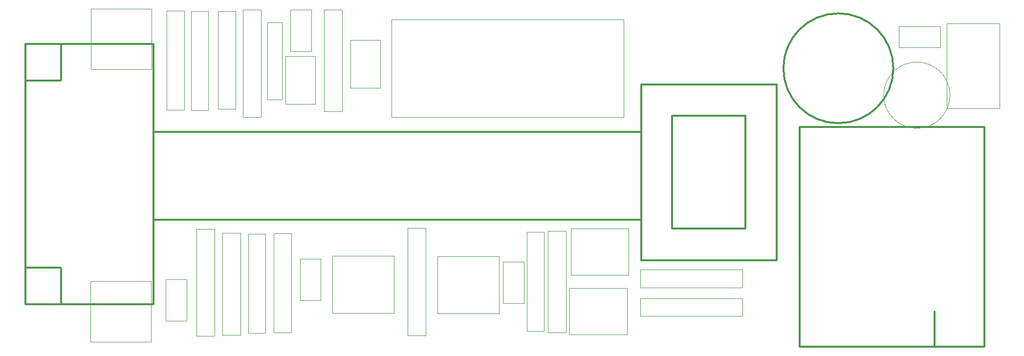
<source format=gbr>
G04 DesignSpark PCB Gerber Version 9.0 Build 5138 *
%FSLAX35Y35*%
%MOIN*%
%ADD15C,0.00197*%
%ADD12C,0.00394*%
%ADD14C,0.01200*%
X0Y0D02*
D02*
D12*
X47431Y51269D02*
X88769D01*
Y9931*
X47431*
Y51269*
X89269Y195931D02*
X47931D01*
Y237269*
X89269*
Y195931*
X113187Y52431D02*
Y24084D01*
X99013*
Y52431*
X113187*
X180383Y172301D02*
Y204899D01*
X200817*
Y172301*
X180383*
X198187Y236431D02*
Y208084D01*
X184013*
Y236431*
X198187*
X204687Y66431D02*
Y38084D01*
X190513*
Y66431*
X204687*
X245317Y215899D02*
Y183301D01*
X224883*
Y215899*
X245317*
X329013Y36269D02*
Y64616D01*
X343187*
Y36269*
X329013*
X374131Y46569D02*
X413659D01*
Y14915*
X374131*
Y46569*
X375131Y87069D02*
X414659D01*
Y55415*
X375131*
Y87069*
X598769Y225187D02*
X627116D01*
Y211013*
X598769*
Y225187*
X631458Y169072D02*
Y227128D01*
X667529*
Y169072*
X631458*
D02*
D14*
X3100Y35600D02*
X90600D01*
Y213100*
X3100*
Y35600*
X3600Y60600D02*
X27100D01*
X3600Y188100D02*
X27100D01*
X27600Y59600D02*
Y36100D01*
Y212100D02*
Y188600D01*
X90600Y93100D02*
X423100D01*
Y153100*
X90600*
Y93100*
X423100Y65600D02*
X515600D01*
Y185600*
X423100*
Y65600*
X444100Y87100D02*
X494100D01*
Y164100*
X444100*
Y87100*
X531100Y6600D02*
X657100D01*
Y156600*
X531100*
Y6600*
X557600Y234100D02*
G75*
G03Y159100J-37500D01*
G01*
G75*
G03Y234100J37500*
G01*
X623100Y30600D02*
Y7100D01*
D02*
D15*
X99694Y168254D02*
Y235970D01*
X111506*
Y168254*
X99694*
X116194Y167754D02*
Y235470D01*
X128006*
Y167754*
X116194*
X119899Y13754D02*
Y86982D01*
X132301*
Y13754*
X119899*
X146506Y235596D02*
Y168765D01*
X134694*
Y235596*
X146506*
X149702Y84096D02*
Y14509D01*
X137498*
Y84096*
X149702*
X163801Y236446D02*
Y163218D01*
X151399*
Y236446*
X163801*
X167006Y83446D02*
Y15730D01*
X155194*
Y83446*
X167006*
X168080Y175352D02*
Y227911D01*
X178120*
Y175352*
X168080*
X184506Y83946D02*
Y16230D01*
X172694*
Y83946*
X184506*
X206998Y167104D02*
Y236691D01*
X219202*
Y167104*
X206998*
X212616Y29631D02*
Y68569D01*
X254584*
Y29631*
X212616*
X263899Y14254D02*
Y87482D01*
X276301*
Y14254*
X263899*
X284116Y29084D02*
Y68116D01*
X326084*
Y29084*
X284116*
X357006Y84946D02*
Y17230D01*
X345194*
Y84946*
X357006*
X359498Y16104D02*
Y85691D01*
X371702*
Y16104*
X359498*
X411336Y229915D02*
Y163285D01*
X252864*
Y229915*
X411336*
X422604Y39702D02*
X492191D01*
Y27498*
X422604*
Y39702*
Y59202D02*
X492191D01*
Y46998*
X422604*
Y59202*
X611100Y155620D02*
G75*
G02Y200895J22638D01*
G01*
Y155620D02*
G75*
G02Y200895J22638D01*
G01*
G75*
G02Y155620J-22638*
G01*
X0Y0D02*
M02*

</source>
